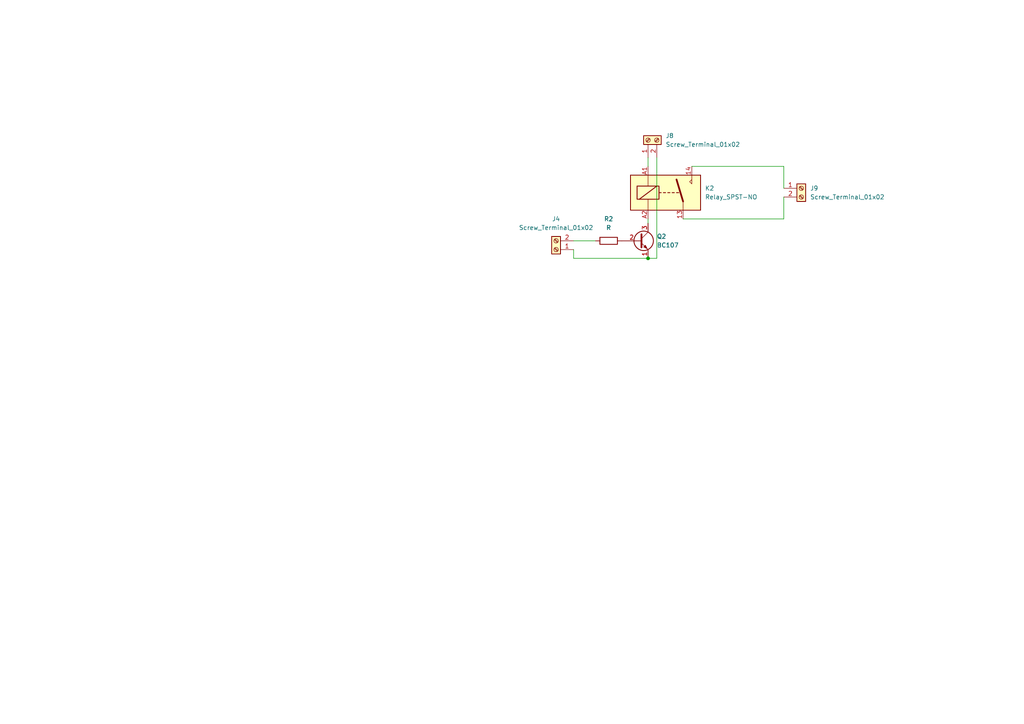
<source format=kicad_sch>
(kicad_sch
	(version 20231120)
	(generator "eeschema")
	(generator_version "8.0")
	(uuid "35ad5cc1-27f6-4818-b244-eec6af124a92")
	(paper "A4")
	(lib_symbols
		(symbol "Connector:Screw_Terminal_01x02"
			(pin_names
				(offset 1.016) hide)
			(exclude_from_sim no)
			(in_bom yes)
			(on_board yes)
			(property "Reference" "J"
				(at 0 2.54 0)
				(effects
					(font
						(size 1.27 1.27)
					)
				)
			)
			(property "Value" "Screw_Terminal_01x02"
				(at 0 -5.08 0)
				(effects
					(font
						(size 1.27 1.27)
					)
				)
			)
			(property "Footprint" ""
				(at 0 0 0)
				(effects
					(font
						(size 1.27 1.27)
					)
					(hide yes)
				)
			)
			(property "Datasheet" "~"
				(at 0 0 0)
				(effects
					(font
						(size 1.27 1.27)
					)
					(hide yes)
				)
			)
			(property "Description" "Generic screw terminal, single row, 01x02, script generated (kicad-library-utils/schlib/autogen/connector/)"
				(at 0 0 0)
				(effects
					(font
						(size 1.27 1.27)
					)
					(hide yes)
				)
			)
			(property "ki_keywords" "screw terminal"
				(at 0 0 0)
				(effects
					(font
						(size 1.27 1.27)
					)
					(hide yes)
				)
			)
			(property "ki_fp_filters" "TerminalBlock*:*"
				(at 0 0 0)
				(effects
					(font
						(size 1.27 1.27)
					)
					(hide yes)
				)
			)
			(symbol "Screw_Terminal_01x02_1_1"
				(rectangle
					(start -1.27 1.27)
					(end 1.27 -3.81)
					(stroke
						(width 0.254)
						(type default)
					)
					(fill
						(type background)
					)
				)
				(circle
					(center 0 -2.54)
					(radius 0.635)
					(stroke
						(width 0.1524)
						(type default)
					)
					(fill
						(type none)
					)
				)
				(polyline
					(pts
						(xy -0.5334 -2.2098) (xy 0.3302 -3.048)
					)
					(stroke
						(width 0.1524)
						(type default)
					)
					(fill
						(type none)
					)
				)
				(polyline
					(pts
						(xy -0.5334 0.3302) (xy 0.3302 -0.508)
					)
					(stroke
						(width 0.1524)
						(type default)
					)
					(fill
						(type none)
					)
				)
				(polyline
					(pts
						(xy -0.3556 -2.032) (xy 0.508 -2.8702)
					)
					(stroke
						(width 0.1524)
						(type default)
					)
					(fill
						(type none)
					)
				)
				(polyline
					(pts
						(xy -0.3556 0.508) (xy 0.508 -0.3302)
					)
					(stroke
						(width 0.1524)
						(type default)
					)
					(fill
						(type none)
					)
				)
				(circle
					(center 0 0)
					(radius 0.635)
					(stroke
						(width 0.1524)
						(type default)
					)
					(fill
						(type none)
					)
				)
				(pin passive line
					(at -5.08 0 0)
					(length 3.81)
					(name "Pin_1"
						(effects
							(font
								(size 1.27 1.27)
							)
						)
					)
					(number "1"
						(effects
							(font
								(size 1.27 1.27)
							)
						)
					)
				)
				(pin passive line
					(at -5.08 -2.54 0)
					(length 3.81)
					(name "Pin_2"
						(effects
							(font
								(size 1.27 1.27)
							)
						)
					)
					(number "2"
						(effects
							(font
								(size 1.27 1.27)
							)
						)
					)
				)
			)
		)
		(symbol "Device:R"
			(pin_numbers hide)
			(pin_names
				(offset 0)
			)
			(exclude_from_sim no)
			(in_bom yes)
			(on_board yes)
			(property "Reference" "R"
				(at 2.032 0 90)
				(effects
					(font
						(size 1.27 1.27)
					)
				)
			)
			(property "Value" "R"
				(at 0 0 90)
				(effects
					(font
						(size 1.27 1.27)
					)
				)
			)
			(property "Footprint" ""
				(at -1.778 0 90)
				(effects
					(font
						(size 1.27 1.27)
					)
					(hide yes)
				)
			)
			(property "Datasheet" "~"
				(at 0 0 0)
				(effects
					(font
						(size 1.27 1.27)
					)
					(hide yes)
				)
			)
			(property "Description" "Resistor"
				(at 0 0 0)
				(effects
					(font
						(size 1.27 1.27)
					)
					(hide yes)
				)
			)
			(property "ki_keywords" "R res resistor"
				(at 0 0 0)
				(effects
					(font
						(size 1.27 1.27)
					)
					(hide yes)
				)
			)
			(property "ki_fp_filters" "R_*"
				(at 0 0 0)
				(effects
					(font
						(size 1.27 1.27)
					)
					(hide yes)
				)
			)
			(symbol "R_0_1"
				(rectangle
					(start -1.016 -2.54)
					(end 1.016 2.54)
					(stroke
						(width 0.254)
						(type default)
					)
					(fill
						(type none)
					)
				)
			)
			(symbol "R_1_1"
				(pin passive line
					(at 0 3.81 270)
					(length 1.27)
					(name "~"
						(effects
							(font
								(size 1.27 1.27)
							)
						)
					)
					(number "1"
						(effects
							(font
								(size 1.27 1.27)
							)
						)
					)
				)
				(pin passive line
					(at 0 -3.81 90)
					(length 1.27)
					(name "~"
						(effects
							(font
								(size 1.27 1.27)
							)
						)
					)
					(number "2"
						(effects
							(font
								(size 1.27 1.27)
							)
						)
					)
				)
			)
		)
		(symbol "Relay:Relay_SPST-NO"
			(exclude_from_sim no)
			(in_bom yes)
			(on_board yes)
			(property "Reference" "K"
				(at 11.43 3.81 0)
				(effects
					(font
						(size 1.27 1.27)
					)
					(justify left)
				)
			)
			(property "Value" "Relay_SPST-NO"
				(at 11.43 1.27 0)
				(effects
					(font
						(size 1.27 1.27)
					)
					(justify left)
				)
			)
			(property "Footprint" ""
				(at 11.43 -1.27 0)
				(effects
					(font
						(size 1.27 1.27)
					)
					(justify left)
					(hide yes)
				)
			)
			(property "Datasheet" "~"
				(at 0 0 0)
				(effects
					(font
						(size 1.27 1.27)
					)
					(hide yes)
				)
			)
			(property "Description" "Relay SPST, Normally Open, EN50005"
				(at 0 0 0)
				(effects
					(font
						(size 1.27 1.27)
					)
					(hide yes)
				)
			)
			(property "ki_keywords" "Single Pole Relay SPST NO"
				(at 0 0 0)
				(effects
					(font
						(size 1.27 1.27)
					)
					(hide yes)
				)
			)
			(property "ki_fp_filters" "Relay?SPST*"
				(at 0 0 0)
				(effects
					(font
						(size 1.27 1.27)
					)
					(hide yes)
				)
			)
			(symbol "Relay_SPST-NO_0_0"
				(polyline
					(pts
						(xy 7.62 5.08) (xy 7.62 2.54) (xy 6.985 3.175) (xy 7.62 3.81)
					)
					(stroke
						(width 0)
						(type default)
					)
					(fill
						(type none)
					)
				)
			)
			(symbol "Relay_SPST-NO_0_1"
				(rectangle
					(start -10.16 5.08)
					(end 10.16 -5.08)
					(stroke
						(width 0.254)
						(type default)
					)
					(fill
						(type background)
					)
				)
				(rectangle
					(start -8.255 1.905)
					(end -1.905 -1.905)
					(stroke
						(width 0.254)
						(type default)
					)
					(fill
						(type none)
					)
				)
				(polyline
					(pts
						(xy -7.62 -1.905) (xy -2.54 1.905)
					)
					(stroke
						(width 0.254)
						(type default)
					)
					(fill
						(type none)
					)
				)
				(polyline
					(pts
						(xy -5.08 -5.08) (xy -5.08 -1.905)
					)
					(stroke
						(width 0)
						(type default)
					)
					(fill
						(type none)
					)
				)
				(polyline
					(pts
						(xy -5.08 5.08) (xy -5.08 1.905)
					)
					(stroke
						(width 0)
						(type default)
					)
					(fill
						(type none)
					)
				)
				(polyline
					(pts
						(xy -1.905 0) (xy -1.27 0)
					)
					(stroke
						(width 0.254)
						(type default)
					)
					(fill
						(type none)
					)
				)
				(polyline
					(pts
						(xy -0.635 0) (xy 0 0)
					)
					(stroke
						(width 0.254)
						(type default)
					)
					(fill
						(type none)
					)
				)
				(polyline
					(pts
						(xy 0.635 0) (xy 1.27 0)
					)
					(stroke
						(width 0.254)
						(type default)
					)
					(fill
						(type none)
					)
				)
				(polyline
					(pts
						(xy 1.905 0) (xy 2.54 0)
					)
					(stroke
						(width 0.254)
						(type default)
					)
					(fill
						(type none)
					)
				)
				(polyline
					(pts
						(xy 3.175 0) (xy 3.81 0)
					)
					(stroke
						(width 0.254)
						(type default)
					)
					(fill
						(type none)
					)
				)
				(polyline
					(pts
						(xy 5.08 -2.54) (xy 3.175 3.81)
					)
					(stroke
						(width 0.508)
						(type default)
					)
					(fill
						(type none)
					)
				)
				(polyline
					(pts
						(xy 5.08 -2.54) (xy 5.08 -5.08)
					)
					(stroke
						(width 0)
						(type default)
					)
					(fill
						(type none)
					)
				)
			)
			(symbol "Relay_SPST-NO_1_1"
				(pin passive line
					(at 5.08 -7.62 90)
					(length 2.54)
					(name "~"
						(effects
							(font
								(size 1.27 1.27)
							)
						)
					)
					(number "13"
						(effects
							(font
								(size 1.27 1.27)
							)
						)
					)
				)
				(pin passive line
					(at 7.62 7.62 270)
					(length 2.54)
					(name "~"
						(effects
							(font
								(size 1.27 1.27)
							)
						)
					)
					(number "14"
						(effects
							(font
								(size 1.27 1.27)
							)
						)
					)
				)
				(pin passive line
					(at -5.08 7.62 270)
					(length 2.54)
					(name "~"
						(effects
							(font
								(size 1.27 1.27)
							)
						)
					)
					(number "A1"
						(effects
							(font
								(size 1.27 1.27)
							)
						)
					)
				)
				(pin passive line
					(at -5.08 -7.62 90)
					(length 2.54)
					(name "~"
						(effects
							(font
								(size 1.27 1.27)
							)
						)
					)
					(number "A2"
						(effects
							(font
								(size 1.27 1.27)
							)
						)
					)
				)
			)
		)
		(symbol "Transistor_BJT:BC107"
			(pin_names
				(offset 0) hide)
			(exclude_from_sim no)
			(in_bom yes)
			(on_board yes)
			(property "Reference" "Q"
				(at 5.08 1.905 0)
				(effects
					(font
						(size 1.27 1.27)
					)
					(justify left)
				)
			)
			(property "Value" "BC107"
				(at 5.08 0 0)
				(effects
					(font
						(size 1.27 1.27)
					)
					(justify left)
				)
			)
			(property "Footprint" "Package_TO_SOT_THT:TO-18-3"
				(at 5.08 -1.905 0)
				(effects
					(font
						(size 1.27 1.27)
						(italic yes)
					)
					(justify left)
					(hide yes)
				)
			)
			(property "Datasheet" "http://www.b-kainka.de/Daten/Transistor/BC108.pdf"
				(at 0 0 0)
				(effects
					(font
						(size 1.27 1.27)
					)
					(justify left)
					(hide yes)
				)
			)
			(property "Description" "0.1A Ic, 50V Vce, Low Noise General Purpose NPN Transistor, TO-18"
				(at 0 0 0)
				(effects
					(font
						(size 1.27 1.27)
					)
					(hide yes)
				)
			)
			(property "ki_keywords" "NPN low noise transistor"
				(at 0 0 0)
				(effects
					(font
						(size 1.27 1.27)
					)
					(hide yes)
				)
			)
			(property "ki_fp_filters" "TO?18*"
				(at 0 0 0)
				(effects
					(font
						(size 1.27 1.27)
					)
					(hide yes)
				)
			)
			(symbol "BC107_0_1"
				(polyline
					(pts
						(xy 0.635 0.635) (xy 2.54 2.54)
					)
					(stroke
						(width 0)
						(type default)
					)
					(fill
						(type none)
					)
				)
				(polyline
					(pts
						(xy 0.635 -0.635) (xy 2.54 -2.54) (xy 2.54 -2.54)
					)
					(stroke
						(width 0)
						(type default)
					)
					(fill
						(type none)
					)
				)
				(polyline
					(pts
						(xy 0.635 1.905) (xy 0.635 -1.905) (xy 0.635 -1.905)
					)
					(stroke
						(width 0.508)
						(type default)
					)
					(fill
						(type none)
					)
				)
				(polyline
					(pts
						(xy 1.27 -1.778) (xy 1.778 -1.27) (xy 2.286 -2.286) (xy 1.27 -1.778) (xy 1.27 -1.778)
					)
					(stroke
						(width 0)
						(type default)
					)
					(fill
						(type outline)
					)
				)
				(circle
					(center 1.27 0)
					(radius 2.8194)
					(stroke
						(width 0.254)
						(type default)
					)
					(fill
						(type none)
					)
				)
			)
			(symbol "BC107_1_1"
				(pin passive line
					(at 2.54 -5.08 90)
					(length 2.54)
					(name "E"
						(effects
							(font
								(size 1.27 1.27)
							)
						)
					)
					(number "1"
						(effects
							(font
								(size 1.27 1.27)
							)
						)
					)
				)
				(pin input line
					(at -5.08 0 0)
					(length 5.715)
					(name "B"
						(effects
							(font
								(size 1.27 1.27)
							)
						)
					)
					(number "2"
						(effects
							(font
								(size 1.27 1.27)
							)
						)
					)
				)
				(pin passive line
					(at 2.54 5.08 270)
					(length 2.54)
					(name "C"
						(effects
							(font
								(size 1.27 1.27)
							)
						)
					)
					(number "3"
						(effects
							(font
								(size 1.27 1.27)
							)
						)
					)
				)
			)
		)
	)
	(junction
		(at 187.96 74.93)
		(diameter 0)
		(color 0 0 0 0)
		(uuid "af94b273-73e0-43a1-a6b9-78e6e0f26623")
	)
	(wire
		(pts
			(xy 198.12 63.5) (xy 227.33 63.5)
		)
		(stroke
			(width 0)
			(type default)
		)
		(uuid "0a8a662f-fee2-495e-9f7c-49e5b9618562")
	)
	(wire
		(pts
			(xy 200.66 48.26) (xy 227.33 48.26)
		)
		(stroke
			(width 0)
			(type default)
		)
		(uuid "1a691d4c-2f3c-4dd4-a093-50f0c631274b")
	)
	(wire
		(pts
			(xy 166.37 74.93) (xy 187.96 74.93)
		)
		(stroke
			(width 0)
			(type default)
		)
		(uuid "1c3509fc-93ce-4568-88f7-1a1291087dba")
	)
	(wire
		(pts
			(xy 190.5 74.93) (xy 187.96 74.93)
		)
		(stroke
			(width 0)
			(type default)
		)
		(uuid "2f82dfed-5d0a-4d04-bcc2-049804ca6743")
	)
	(wire
		(pts
			(xy 227.33 63.5) (xy 227.33 57.15)
		)
		(stroke
			(width 0)
			(type default)
		)
		(uuid "44650729-56e6-4308-b2b9-2e3399fa1880")
	)
	(wire
		(pts
			(xy 190.5 45.72) (xy 190.5 74.93)
		)
		(stroke
			(width 0)
			(type default)
		)
		(uuid "5545863d-aa65-4f22-8e4b-e16a9307cb40")
	)
	(wire
		(pts
			(xy 187.96 63.5) (xy 187.96 64.77)
		)
		(stroke
			(width 0)
			(type default)
		)
		(uuid "a4f763ae-c3df-4aa3-9389-64bfd2cff546")
	)
	(wire
		(pts
			(xy 227.33 48.26) (xy 227.33 54.61)
		)
		(stroke
			(width 0)
			(type default)
		)
		(uuid "b88eb418-d59c-486a-ab9b-337ae4cded69")
	)
	(wire
		(pts
			(xy 187.96 45.72) (xy 187.96 48.26)
		)
		(stroke
			(width 0)
			(type default)
		)
		(uuid "d19fde9d-5d9e-4001-969f-b703ba76070e")
	)
	(wire
		(pts
			(xy 166.37 72.39) (xy 166.37 74.93)
		)
		(stroke
			(width 0)
			(type default)
		)
		(uuid "dd26a4dd-211a-4f70-b155-4e621f95476b")
	)
	(wire
		(pts
			(xy 166.37 69.85) (xy 172.72 69.85)
		)
		(stroke
			(width 0)
			(type default)
		)
		(uuid "eda0a4f2-40f2-41f4-87a3-51f30c914b53")
	)
	(symbol
		(lib_id "Relay:Relay_SPST-NO")
		(at 193.04 55.88 0)
		(unit 1)
		(exclude_from_sim no)
		(in_bom yes)
		(on_board yes)
		(dnp no)
		(fields_autoplaced yes)
		(uuid "3fb3bbf7-5e9a-4d0e-bf17-fbfbf7db9b92")
		(property "Reference" "K2"
			(at 204.47 54.6099 0)
			(effects
				(font
					(size 1.27 1.27)
				)
				(justify left)
			)
		)
		(property "Value" "Relay_SPST-NO"
			(at 204.47 57.1499 0)
			(effects
				(font
					(size 1.27 1.27)
				)
				(justify left)
			)
		)
		(property "Footprint" "Relay_THT:Relay_SPDT_SANYOU_SRD_Series_Form_C"
			(at 204.47 57.15 0)
			(effects
				(font
					(size 1.27 1.27)
				)
				(justify left)
				(hide yes)
			)
		)
		(property "Datasheet" "~"
			(at 193.04 55.88 0)
			(effects
				(font
					(size 1.27 1.27)
				)
				(hide yes)
			)
		)
		(property "Description" "Relay SPST, Normally Open, EN50005"
			(at 193.04 55.88 0)
			(effects
				(font
					(size 1.27 1.27)
				)
				(hide yes)
			)
		)
		(pin "13"
			(uuid "d11c0244-810f-4233-a077-96948d0b6188")
		)
		(pin "14"
			(uuid "36c19802-bce6-4c7b-a899-9e6ff4c20930")
		)
		(pin "A1"
			(uuid "2a4dd0be-43b9-41ec-9496-f5d48fa9d543")
		)
		(pin "A2"
			(uuid "8047765b-de06-4c18-908a-3fcb35cb7584")
		)
		(instances
			(project "PLC-Miragua"
				(path "/35ad5cc1-27f6-4818-b244-eec6af124a92"
					(reference "K2")
					(unit 1)
				)
			)
		)
	)
	(symbol
		(lib_id "Transistor_BJT:BC107")
		(at 185.42 69.85 0)
		(unit 1)
		(exclude_from_sim no)
		(in_bom yes)
		(on_board yes)
		(dnp no)
		(fields_autoplaced yes)
		(uuid "64f068b3-0aac-4ad6-84fd-4f4aaeb984e9")
		(property "Reference" "Q2"
			(at 190.5 68.5799 0)
			(effects
				(font
					(size 1.27 1.27)
				)
				(justify left)
			)
		)
		(property "Value" "BC107"
			(at 190.5 71.1199 0)
			(effects
				(font
					(size 1.27 1.27)
				)
				(justify left)
			)
		)
		(property "Footprint" "Package_TO_SOT_THT:TO-18-3"
			(at 190.5 71.755 0)
			(effects
				(font
					(size 1.27 1.27)
					(italic yes)
				)
				(justify left)
				(hide yes)
			)
		)
		(property "Datasheet" "http://www.b-kainka.de/Daten/Transistor/BC108.pdf"
			(at 185.42 69.85 0)
			(effects
				(font
					(size 1.27 1.27)
				)
				(justify left)
				(hide yes)
			)
		)
		(property "Description" "0.1A Ic, 50V Vce, Low Noise General Purpose NPN Transistor, TO-18"
			(at 185.42 69.85 0)
			(effects
				(font
					(size 1.27 1.27)
				)
				(hide yes)
			)
		)
		(pin "1"
			(uuid "0f934248-5663-4d90-842c-ce9a062339ab")
		)
		(pin "3"
			(uuid "87ac3727-b23c-4480-b246-3aeaad11f2b6")
		)
		(pin "2"
			(uuid "de99008a-8926-41e5-a52e-341ce48b5b4b")
		)
		(instances
			(project "PLC-Miragua"
				(path "/35ad5cc1-27f6-4818-b244-eec6af124a92"
					(reference "Q2")
					(unit 1)
				)
			)
		)
	)
	(symbol
		(lib_id "Connector:Screw_Terminal_01x02")
		(at 187.96 40.64 90)
		(unit 1)
		(exclude_from_sim no)
		(in_bom yes)
		(on_board yes)
		(dnp no)
		(fields_autoplaced yes)
		(uuid "af2fe266-5b0f-47e5-9cbf-4b39f34ee9fe")
		(property "Reference" "J8"
			(at 193.04 39.3699 90)
			(effects
				(font
					(size 1.27 1.27)
				)
				(justify right)
			)
		)
		(property "Value" "Screw_Terminal_01x02"
			(at 193.04 41.9099 90)
			(effects
				(font
					(size 1.27 1.27)
				)
				(justify right)
			)
		)
		(property "Footprint" "TerminalBlock_RND:TerminalBlock_RND_205-00298_1x02_P10.00mm_Horizontal"
			(at 187.96 40.64 0)
			(effects
				(font
					(size 1.27 1.27)
				)
				(hide yes)
			)
		)
		(property "Datasheet" "~"
			(at 187.96 40.64 0)
			(effects
				(font
					(size 1.27 1.27)
				)
				(hide yes)
			)
		)
		(property "Description" "Generic screw terminal, single row, 01x02, script generated (kicad-library-utils/schlib/autogen/connector/)"
			(at 187.96 40.64 0)
			(effects
				(font
					(size 1.27 1.27)
				)
				(hide yes)
			)
		)
		(pin "2"
			(uuid "a36be2f9-ac64-4bb1-b103-f206c5ed82db")
		)
		(pin "1"
			(uuid "f5b24671-0db3-4adc-9d58-ca690d9410cc")
		)
		(instances
			(project "PLC-Miragua"
				(path "/35ad5cc1-27f6-4818-b244-eec6af124a92"
					(reference "J8")
					(unit 1)
				)
			)
		)
	)
	(symbol
		(lib_id "Connector:Screw_Terminal_01x02")
		(at 161.29 72.39 180)
		(unit 1)
		(exclude_from_sim no)
		(in_bom yes)
		(on_board yes)
		(dnp no)
		(fields_autoplaced yes)
		(uuid "d55a80fd-b2d8-42d2-a4c4-36dee4dbe140")
		(property "Reference" "J4"
			(at 161.29 63.5 0)
			(effects
				(font
					(size 1.27 1.27)
				)
			)
		)
		(property "Value" "Screw_Terminal_01x02"
			(at 161.29 66.04 0)
			(effects
				(font
					(size 1.27 1.27)
				)
			)
		)
		(property "Footprint" "TerminalBlock_RND:TerminalBlock_RND_205-00298_1x02_P10.00mm_Horizontal"
			(at 161.29 72.39 0)
			(effects
				(font
					(size 1.27 1.27)
				)
				(hide yes)
			)
		)
		(property "Datasheet" "~"
			(at 161.29 72.39 0)
			(effects
				(font
					(size 1.27 1.27)
				)
				(hide yes)
			)
		)
		(property "Description" "Generic screw terminal, single row, 01x02, script generated (kicad-library-utils/schlib/autogen/connector/)"
			(at 161.29 72.39 0)
			(effects
				(font
					(size 1.27 1.27)
				)
				(hide yes)
			)
		)
		(pin "2"
			(uuid "5c0b8644-b8fd-4cbb-b0c5-ffb5db9d9ead")
		)
		(pin "1"
			(uuid "dfc42f5c-8f3f-487f-9eda-3d6c477b56fe")
		)
		(instances
			(project "PLC-Miragua"
				(path "/35ad5cc1-27f6-4818-b244-eec6af124a92"
					(reference "J4")
					(unit 1)
				)
			)
		)
	)
	(symbol
		(lib_id "Connector:Screw_Terminal_01x02")
		(at 232.41 54.61 0)
		(unit 1)
		(exclude_from_sim no)
		(in_bom yes)
		(on_board yes)
		(dnp no)
		(fields_autoplaced yes)
		(uuid "dc3e1363-6702-4145-a885-3446b4a57635")
		(property "Reference" "J9"
			(at 234.95 54.6099 0)
			(effects
				(font
					(size 1.27 1.27)
				)
				(justify left)
			)
		)
		(property "Value" "Screw_Terminal_01x02"
			(at 234.95 57.1499 0)
			(effects
				(font
					(size 1.27 1.27)
				)
				(justify left)
			)
		)
		(property "Footprint" "TerminalBlock_RND:TerminalBlock_RND_205-00298_1x02_P10.00mm_Horizontal"
			(at 232.41 54.61 0)
			(effects
				(font
					(size 1.27 1.27)
				)
				(hide yes)
			)
		)
		(property "Datasheet" "~"
			(at 232.41 54.61 0)
			(effects
				(font
					(size 1.27 1.27)
				)
				(hide yes)
			)
		)
		(property "Description" "Generic screw terminal, single row, 01x02, script generated (kicad-library-utils/schlib/autogen/connector/)"
			(at 232.41 54.61 0)
			(effects
				(font
					(size 1.27 1.27)
				)
				(hide yes)
			)
		)
		(pin "2"
			(uuid "227277a7-8343-4dda-a524-9ac1fc4ac88f")
		)
		(pin "1"
			(uuid "ad0bcb2f-0d27-407f-86ee-ccbdd5ef15b4")
		)
		(instances
			(project "PLC-Miragua"
				(path "/35ad5cc1-27f6-4818-b244-eec6af124a92"
					(reference "J9")
					(unit 1)
				)
			)
		)
	)
	(symbol
		(lib_id "Device:R")
		(at 176.53 69.85 90)
		(unit 1)
		(exclude_from_sim no)
		(in_bom yes)
		(on_board yes)
		(dnp no)
		(fields_autoplaced yes)
		(uuid "f9ad08e9-3898-4f6c-b22f-622efe818602")
		(property "Reference" "R2"
			(at 176.53 63.5 90)
			(effects
				(font
					(size 1.27 1.27)
				)
			)
		)
		(property "Value" "R"
			(at 176.53 66.04 90)
			(effects
				(font
					(size 1.27 1.27)
				)
			)
		)
		(property "Footprint" "Resistor_THT:R_Axial_DIN0204_L3.6mm_D1.6mm_P5.08mm_Horizontal"
			(at 176.53 71.628 90)
			(effects
				(font
					(size 1.27 1.27)
				)
				(hide yes)
			)
		)
		(property "Datasheet" "~"
			(at 176.53 69.85 0)
			(effects
				(font
					(size 1.27 1.27)
				)
				(hide yes)
			)
		)
		(property "Description" "Resistor"
			(at 176.53 69.85 0)
			(effects
				(font
					(size 1.27 1.27)
				)
				(hide yes)
			)
		)
		(pin "1"
			(uuid "2ad7998a-7e5d-4cb7-8fa1-8ca5468e9e4c")
		)
		(pin "2"
			(uuid "66ab419b-3473-436c-a582-50952265895a")
		)
		(instances
			(project "PLC-Miragua"
				(path "/35ad5cc1-27f6-4818-b244-eec6af124a92"
					(reference "R2")
					(unit 1)
				)
			)
		)
	)
	(sheet_instances
		(path "/"
			(page "1")
		)
	)
)

</source>
